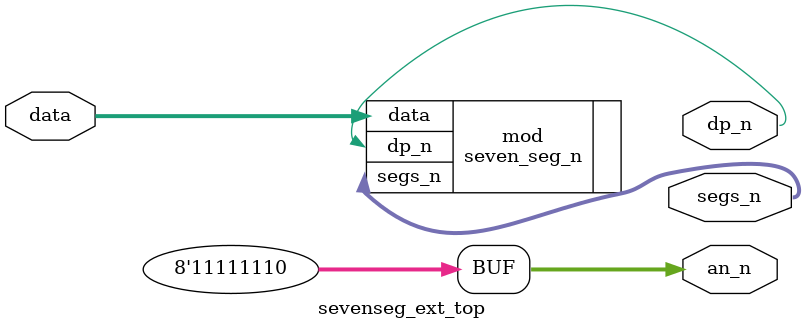
<source format=sv>
`timescale 1ns / 1ps


module sevenseg_ext_top(input logic [6:0] data,
output logic [6:0] segs_n, output logic dp_n,
output logic [7:0] an_n 

    );
    
    
    
    seven_seg_n mod(.data,.segs_n,.dp_n);
    
    
    
    assign an_n = 8'b11111110;
    
endmodule

</source>
